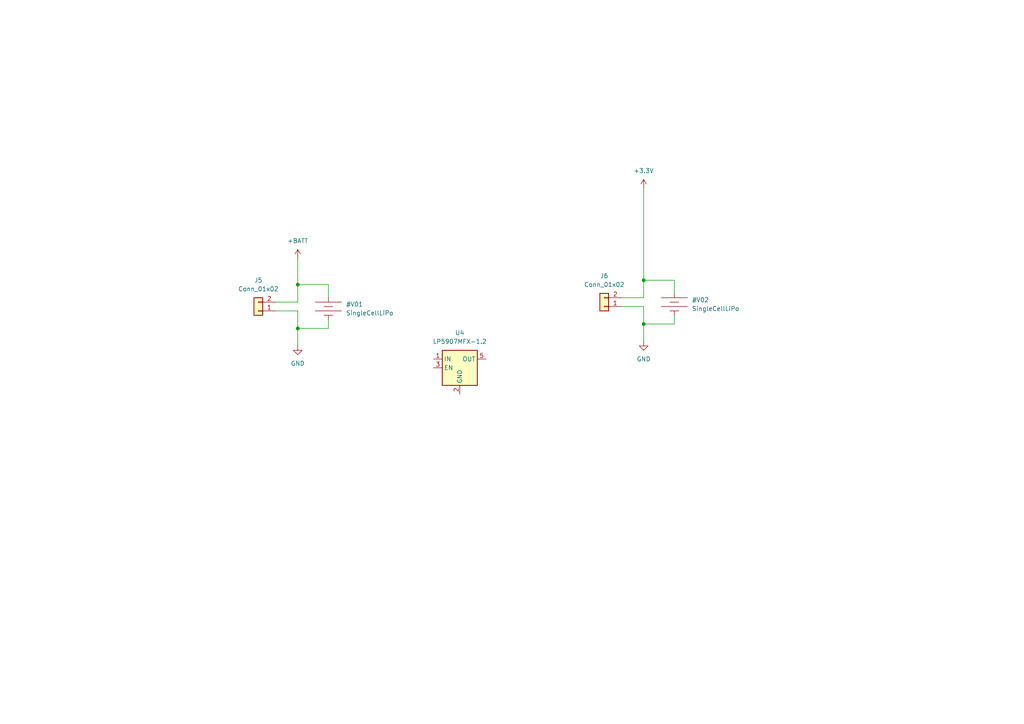
<source format=kicad_sch>
(kicad_sch (version 20230121) (generator eeschema)
  (paper "A4")
  (lib_symbols
    (symbol "Connector_Generic:Conn_01x02" (pin_names (offset 1.016) hide)
      (property "Reference" "J" (at 0 2.54 0))
      (property "Value" "Conn_01x02" (at 0 -5.08 0))
      (symbol "Conn_01x02_1_1"
        (rectangle (start -1.27 -2.413) (end 0 -2.667) (stroke (width 0.1524)))
        (rectangle (start -1.27 0.127) (end 0 -0.127) (stroke (width 0.1524)))
        (rectangle (start -1.27 1.27) (end 1.27 -3.81) (stroke (width 0.254)) (fill (type background)))
        (pin passive line (at -5.08 0 0) (length 3.81) (name "Pin_1") (number "1"))
        (pin passive line (at -5.08 -2.54 0) (length 3.81) (name "Pin_2") (number "2"))
      )
    )
    (symbol "Regulator_Linear:LP5907MFX-1.2"
      (property "Reference" "U" (at -3.81 6.35 0))
      (property "Value" "LP5907MFX-1.2" (at 6.35 6.35 0))
      (symbol "LP5907MFX-1.2_0_1"
        (rectangle (start -5.08 -5.08) (end 5.08 5.08) (stroke (width 0.254)) (fill (type background)))
        (pin power_in line (at -7.62 2.54 0) (length 2.54) (name "IN") (number "1"))
        (pin power_in line (at 0 -7.62 90) (length 2.54) (name "GND") (number "2"))
        (pin input line (at -7.62 0 0) (length 2.54) (name "EN") (number "3"))
        (pin no_connect line (at 5.08 0 180) (length 2.54) hide (name "NC") (number "4"))
        (pin power_out line (at 7.62 2.54 180) (length 2.54) (name "OUT") (number "5"))
      )
    )
    (symbol "minimouse:SingleCellLiPo" (power) (pin_numbers hide) (pin_names hide) (in_bom no) (on_board no)
      (property "Reference" "V" (at 1.8796 0.3048 0))
      (property "Value" "SingleCellLiPo" (at -11.43 1.27 0))
      (symbol "SingleCellLiPo_0_1"
        (polyline (pts (xy -3.81 0) (xy 3.81 0)))
        (polyline (pts (xy -3.81 2.54) (xy 3.81 2.54)))
        (polyline (pts (xy -1.27 -1.27) (xy 1.27 -1.27)))
        (polyline (pts (xy -1.27 1.27) (xy 1.27 1.27)))
      )
      (symbol "SingleCellLiPo_1_1"
        (pin power_out line (at 0 -2.54 90) (length 1.27) (name "+") (number ""))
        (pin power_out line (at 0 3.81 270) (length 1.27) (name "+") (number ""))
      )
    )
    (symbol "power:+3.3V" (power) (pin_names (offset 0))
      (property "Value" "+3.3V" (at 0 3.556 0))
      (symbol "+3.3V_0_1"
        (polyline (pts (xy -0.762 1.27) (xy 0 2.54)))
        (polyline (pts (xy 0 0) (xy 0 2.54)))
        (polyline (pts (xy 0 2.54) (xy 0.762 1.27)))
      )
      (symbol "+3.3V_1_1"
        (pin power_in line (at 0 0 90) (length 0) hide (name "+3.3V") (number "1"))
      )
    )
    (symbol "power:+BATT" (power) (pin_names (offset 0))
      (property "Value" "+BATT" (at 0 3.556 0))
      (symbol "+BATT_0_1"
        (polyline (pts (xy -0.762 1.27) (xy 0 2.54)))
        (polyline (pts (xy 0 0) (xy 0 2.54)))
        (polyline (pts (xy 0 2.54) (xy 0.762 1.27)))
      )
      (symbol "+BATT_1_1"
        (pin power_in line (at 0 0 90) (length 0) hide (name "+BATT") (number "1"))
      )
    )
    (symbol "power:GND" (power) (pin_names (offset 0))
      (property "Value" "GND" (at 0 -3.81 0))
      (symbol "GND_0_1"
        (polyline (pts (xy 0 0) (xy 0 -1.27) (xy 1.27 -1.27) (xy 0 -2.54) (xy -1.27 -1.27) (xy 0 -1.27)))
      )
      (symbol "GND_1_1"
        (pin power_in line (at 0 0 270) (length 0) hide (name "GND") (number "1"))
      )
    )
  )
  (junction (at 86.36 82.55))
  (junction (at 186.69 93.98))
  (junction (at 86.36 95.25))
  (junction (at 186.69 81.28))
  (wire (pts (xy 86.36 90.17) (xy 86.36 95.25)))
  (wire (pts (xy 195.58 91.44) (xy 195.58 93.98)))
  (wire (pts (xy 195.58 85.09) (xy 195.58 81.28)))
  (wire (pts (xy 95.25 82.55) (xy 86.36 82.55)))
  (wire (pts (xy 86.36 74.93) (xy 86.36 82.55)))
  (wire (pts (xy 180.34 86.36) (xy 186.69 86.36)))
  (wire (pts (xy 95.25 86.36) (xy 95.25 82.55)))
  (wire (pts (xy 186.69 81.28) (xy 186.69 86.36)))
  (wire (pts (xy 186.69 88.9) (xy 186.69 93.98)))
  (wire (pts (xy 195.58 81.28) (xy 186.69 81.28)))
  (wire (pts (xy 180.34 88.9) (xy 186.69 88.9)))
  (wire (pts (xy 95.25 92.71) (xy 95.25 95.25)))
  (wire (pts (xy 186.69 54.61) (xy 186.69 81.28)))
  (wire (pts (xy 80.01 87.63) (xy 86.36 87.63)))
  (wire (pts (xy 186.69 93.98) (xy 186.69 99.06)))
  (wire (pts (xy 86.36 95.25) (xy 86.36 100.33)))
  (wire (pts (xy 95.25 95.25) (xy 86.36 95.25)))
  (wire (pts (xy 195.58 93.98) (xy 186.69 93.98)))
  (wire (pts (xy 86.36 82.55) (xy 86.36 87.63)))
  (wire (pts (xy 80.01 90.17) (xy 86.36 90.17)))
  (symbol (lib_id "power:+BATT") (at 86.36 74.93 0) (unit 1)
    (property "Reference" "#PWR036" (effects hide))
    (property "Value" "+BATT" (at 86.36 69.85 0))
  )
  (symbol (lib_id "minimouse:SingleCellLiPo") (at 95.25 90.17 0) (unit 1) (in_bom no) (on_board no)
    (property "Reference" "#V01" (at 100.33 88.265 0) (effects (justify left)))
    (property "Value" "SingleCellLiPo" (at 100.33 90.805 0) (effects (justify left)))
  )
  (symbol (lib_id "Connector_Generic:Conn_01x02") (at 175.26 88.9 180) (unit 1)
    (property "Reference" "J6" (at 175.26 80.01 0))
    (property "Value" "Conn_01x02" (at 175.26 82.55 0))
    (property "Footprint" "Connector_PinHeader_2.54mm:PinHeader_1x02_P2.54mm_Vertical" (effects hide))
  )
  (symbol (lib_id "power:GND") (at 186.69 99.06 0) (unit 1)
    (property "Reference" "#PWR040" (effects hide))
    (property "Value" "GND" (at 186.69 104.14 0))
  )
  (symbol (lib_id "power:+3.3V") (at 186.69 54.61 0) (unit 1)
    (property "Reference" "#PWR041" (effects hide))
    (property "Value" "+3.3V" (at 186.69 49.53 0))
  )
  (symbol (lib_id "Connector_Generic:Conn_01x02") (at 74.93 90.17 180) (unit 1)
    (property "Reference" "J5" (at 74.93 81.28 0))
    (property "Value" "Conn_01x02" (at 74.93 83.82 0))
    (property "Footprint" "Connector_PinHeader_2.54mm:PinHeader_1x02_P2.54mm_Vertical" (effects hide))
  )
  (symbol (lib_id "Regulator_Linear:LP5907MFX-1.2") (at 133.35 106.68 0) (unit 1)
    (property "Reference" "U4" (at 133.35 96.52 0))
    (property "Value" "LP5907MFX-1.2" (at 133.35 99.06 0))
    (property "Footprint" "Package_TO_SOT_SMD:SOT-23-5" (effects hide))
    (property "Datasheet" "http://www.ti.com/lit/ds/symlink/lp5907.pdf" (effects hide))
  )
  (symbol (lib_id "power:GND") (at 86.36 100.33 0) (unit 1)
    (property "Reference" "#PWR037" (effects hide))
    (property "Value" "GND" (at 86.36 105.41 0))
  )
  (symbol (lib_id "minimouse:SingleCellLiPo") (at 195.58 88.9 0) (unit 1) (in_bom no) (on_board no)
    (property "Reference" "#V02" (at 200.66 86.995 0) (effects (justify left)))
    (property "Value" "SingleCellLiPo" (at 200.66 89.535 0) (effects (justify left)))
  )
)
</source>
